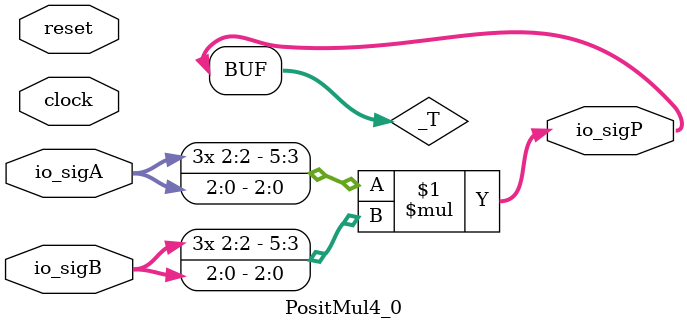
<source format=v>
module PositMul4_0(
  input        clock,
  input        reset,
  input  [2:0] io_sigA,
  input  [2:0] io_sigB,
  output [5:0] io_sigP
);
  wire [5:0] _T; // @[PositMul.scala 17:26]
  assign _T = $signed(io_sigA) * $signed(io_sigB); // @[PositMul.scala 17:26]
  assign io_sigP = $unsigned(_T); // @[PositMul.scala 17:13]
endmodule

</source>
